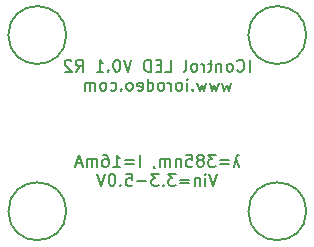
<source format=gbo>
%TF.GenerationSoftware,KiCad,Pcbnew,7.0.8-7.0.8~ubuntu22.04.1*%
%TF.CreationDate,2024-01-30T19:57:23-08:00*%
%TF.ProjectId,385nm_16mA,3338356e-6d5f-4313-966d-412e6b696361,rev?*%
%TF.SameCoordinates,Original*%
%TF.FileFunction,Legend,Bot*%
%TF.FilePolarity,Positive*%
%FSLAX46Y46*%
G04 Gerber Fmt 4.6, Leading zero omitted, Abs format (unit mm)*
G04 Created by KiCad (PCBNEW 7.0.8-7.0.8~ubuntu22.04.1) date 2024-01-30 19:57:23*
%MOMM*%
%LPD*%
G01*
G04 APERTURE LIST*
%ADD10C,0.150000*%
G04 APERTURE END LIST*
D10*
X70509524Y-55634819D02*
X70509524Y-54634819D01*
X69461906Y-55539580D02*
X69509525Y-55587200D01*
X69509525Y-55587200D02*
X69652382Y-55634819D01*
X69652382Y-55634819D02*
X69747620Y-55634819D01*
X69747620Y-55634819D02*
X69890477Y-55587200D01*
X69890477Y-55587200D02*
X69985715Y-55491961D01*
X69985715Y-55491961D02*
X70033334Y-55396723D01*
X70033334Y-55396723D02*
X70080953Y-55206247D01*
X70080953Y-55206247D02*
X70080953Y-55063390D01*
X70080953Y-55063390D02*
X70033334Y-54872914D01*
X70033334Y-54872914D02*
X69985715Y-54777676D01*
X69985715Y-54777676D02*
X69890477Y-54682438D01*
X69890477Y-54682438D02*
X69747620Y-54634819D01*
X69747620Y-54634819D02*
X69652382Y-54634819D01*
X69652382Y-54634819D02*
X69509525Y-54682438D01*
X69509525Y-54682438D02*
X69461906Y-54730057D01*
X68890477Y-55634819D02*
X68985715Y-55587200D01*
X68985715Y-55587200D02*
X69033334Y-55539580D01*
X69033334Y-55539580D02*
X69080953Y-55444342D01*
X69080953Y-55444342D02*
X69080953Y-55158628D01*
X69080953Y-55158628D02*
X69033334Y-55063390D01*
X69033334Y-55063390D02*
X68985715Y-55015771D01*
X68985715Y-55015771D02*
X68890477Y-54968152D01*
X68890477Y-54968152D02*
X68747620Y-54968152D01*
X68747620Y-54968152D02*
X68652382Y-55015771D01*
X68652382Y-55015771D02*
X68604763Y-55063390D01*
X68604763Y-55063390D02*
X68557144Y-55158628D01*
X68557144Y-55158628D02*
X68557144Y-55444342D01*
X68557144Y-55444342D02*
X68604763Y-55539580D01*
X68604763Y-55539580D02*
X68652382Y-55587200D01*
X68652382Y-55587200D02*
X68747620Y-55634819D01*
X68747620Y-55634819D02*
X68890477Y-55634819D01*
X68128572Y-54968152D02*
X68128572Y-55634819D01*
X68128572Y-55063390D02*
X68080953Y-55015771D01*
X68080953Y-55015771D02*
X67985715Y-54968152D01*
X67985715Y-54968152D02*
X67842858Y-54968152D01*
X67842858Y-54968152D02*
X67747620Y-55015771D01*
X67747620Y-55015771D02*
X67700001Y-55111009D01*
X67700001Y-55111009D02*
X67700001Y-55634819D01*
X67366667Y-54968152D02*
X66985715Y-54968152D01*
X67223810Y-54634819D02*
X67223810Y-55491961D01*
X67223810Y-55491961D02*
X67176191Y-55587200D01*
X67176191Y-55587200D02*
X67080953Y-55634819D01*
X67080953Y-55634819D02*
X66985715Y-55634819D01*
X66652381Y-55634819D02*
X66652381Y-54968152D01*
X66652381Y-55158628D02*
X66604762Y-55063390D01*
X66604762Y-55063390D02*
X66557143Y-55015771D01*
X66557143Y-55015771D02*
X66461905Y-54968152D01*
X66461905Y-54968152D02*
X66366667Y-54968152D01*
X65890476Y-55634819D02*
X65985714Y-55587200D01*
X65985714Y-55587200D02*
X66033333Y-55539580D01*
X66033333Y-55539580D02*
X66080952Y-55444342D01*
X66080952Y-55444342D02*
X66080952Y-55158628D01*
X66080952Y-55158628D02*
X66033333Y-55063390D01*
X66033333Y-55063390D02*
X65985714Y-55015771D01*
X65985714Y-55015771D02*
X65890476Y-54968152D01*
X65890476Y-54968152D02*
X65747619Y-54968152D01*
X65747619Y-54968152D02*
X65652381Y-55015771D01*
X65652381Y-55015771D02*
X65604762Y-55063390D01*
X65604762Y-55063390D02*
X65557143Y-55158628D01*
X65557143Y-55158628D02*
X65557143Y-55444342D01*
X65557143Y-55444342D02*
X65604762Y-55539580D01*
X65604762Y-55539580D02*
X65652381Y-55587200D01*
X65652381Y-55587200D02*
X65747619Y-55634819D01*
X65747619Y-55634819D02*
X65890476Y-55634819D01*
X64985714Y-55634819D02*
X65080952Y-55587200D01*
X65080952Y-55587200D02*
X65128571Y-55491961D01*
X65128571Y-55491961D02*
X65128571Y-54634819D01*
X63366666Y-55634819D02*
X63842856Y-55634819D01*
X63842856Y-55634819D02*
X63842856Y-54634819D01*
X63033332Y-55111009D02*
X62699999Y-55111009D01*
X62557142Y-55634819D02*
X63033332Y-55634819D01*
X63033332Y-55634819D02*
X63033332Y-54634819D01*
X63033332Y-54634819D02*
X62557142Y-54634819D01*
X62128570Y-55634819D02*
X62128570Y-54634819D01*
X62128570Y-54634819D02*
X61890475Y-54634819D01*
X61890475Y-54634819D02*
X61747618Y-54682438D01*
X61747618Y-54682438D02*
X61652380Y-54777676D01*
X61652380Y-54777676D02*
X61604761Y-54872914D01*
X61604761Y-54872914D02*
X61557142Y-55063390D01*
X61557142Y-55063390D02*
X61557142Y-55206247D01*
X61557142Y-55206247D02*
X61604761Y-55396723D01*
X61604761Y-55396723D02*
X61652380Y-55491961D01*
X61652380Y-55491961D02*
X61747618Y-55587200D01*
X61747618Y-55587200D02*
X61890475Y-55634819D01*
X61890475Y-55634819D02*
X62128570Y-55634819D01*
X60509522Y-54634819D02*
X60176189Y-55634819D01*
X60176189Y-55634819D02*
X59842856Y-54634819D01*
X59319046Y-54634819D02*
X59223808Y-54634819D01*
X59223808Y-54634819D02*
X59128570Y-54682438D01*
X59128570Y-54682438D02*
X59080951Y-54730057D01*
X59080951Y-54730057D02*
X59033332Y-54825295D01*
X59033332Y-54825295D02*
X58985713Y-55015771D01*
X58985713Y-55015771D02*
X58985713Y-55253866D01*
X58985713Y-55253866D02*
X59033332Y-55444342D01*
X59033332Y-55444342D02*
X59080951Y-55539580D01*
X59080951Y-55539580D02*
X59128570Y-55587200D01*
X59128570Y-55587200D02*
X59223808Y-55634819D01*
X59223808Y-55634819D02*
X59319046Y-55634819D01*
X59319046Y-55634819D02*
X59414284Y-55587200D01*
X59414284Y-55587200D02*
X59461903Y-55539580D01*
X59461903Y-55539580D02*
X59509522Y-55444342D01*
X59509522Y-55444342D02*
X59557141Y-55253866D01*
X59557141Y-55253866D02*
X59557141Y-55015771D01*
X59557141Y-55015771D02*
X59509522Y-54825295D01*
X59509522Y-54825295D02*
X59461903Y-54730057D01*
X59461903Y-54730057D02*
X59414284Y-54682438D01*
X59414284Y-54682438D02*
X59319046Y-54634819D01*
X58557141Y-55539580D02*
X58509522Y-55587200D01*
X58509522Y-55587200D02*
X58557141Y-55634819D01*
X58557141Y-55634819D02*
X58604760Y-55587200D01*
X58604760Y-55587200D02*
X58557141Y-55539580D01*
X58557141Y-55539580D02*
X58557141Y-55634819D01*
X57557142Y-55634819D02*
X58128570Y-55634819D01*
X57842856Y-55634819D02*
X57842856Y-54634819D01*
X57842856Y-54634819D02*
X57938094Y-54777676D01*
X57938094Y-54777676D02*
X58033332Y-54872914D01*
X58033332Y-54872914D02*
X58128570Y-54920533D01*
X55795237Y-55634819D02*
X56128570Y-55158628D01*
X56366665Y-55634819D02*
X56366665Y-54634819D01*
X56366665Y-54634819D02*
X55985713Y-54634819D01*
X55985713Y-54634819D02*
X55890475Y-54682438D01*
X55890475Y-54682438D02*
X55842856Y-54730057D01*
X55842856Y-54730057D02*
X55795237Y-54825295D01*
X55795237Y-54825295D02*
X55795237Y-54968152D01*
X55795237Y-54968152D02*
X55842856Y-55063390D01*
X55842856Y-55063390D02*
X55890475Y-55111009D01*
X55890475Y-55111009D02*
X55985713Y-55158628D01*
X55985713Y-55158628D02*
X56366665Y-55158628D01*
X55414284Y-54730057D02*
X55366665Y-54682438D01*
X55366665Y-54682438D02*
X55271427Y-54634819D01*
X55271427Y-54634819D02*
X55033332Y-54634819D01*
X55033332Y-54634819D02*
X54938094Y-54682438D01*
X54938094Y-54682438D02*
X54890475Y-54730057D01*
X54890475Y-54730057D02*
X54842856Y-54825295D01*
X54842856Y-54825295D02*
X54842856Y-54920533D01*
X54842856Y-54920533D02*
X54890475Y-55063390D01*
X54890475Y-55063390D02*
X55461903Y-55634819D01*
X55461903Y-55634819D02*
X54842856Y-55634819D01*
X68938094Y-56578152D02*
X68747618Y-57244819D01*
X68747618Y-57244819D02*
X68557142Y-56768628D01*
X68557142Y-56768628D02*
X68366666Y-57244819D01*
X68366666Y-57244819D02*
X68176190Y-56578152D01*
X67890475Y-56578152D02*
X67699999Y-57244819D01*
X67699999Y-57244819D02*
X67509523Y-56768628D01*
X67509523Y-56768628D02*
X67319047Y-57244819D01*
X67319047Y-57244819D02*
X67128571Y-56578152D01*
X66842856Y-56578152D02*
X66652380Y-57244819D01*
X66652380Y-57244819D02*
X66461904Y-56768628D01*
X66461904Y-56768628D02*
X66271428Y-57244819D01*
X66271428Y-57244819D02*
X66080952Y-56578152D01*
X65699999Y-57149580D02*
X65652380Y-57197200D01*
X65652380Y-57197200D02*
X65699999Y-57244819D01*
X65699999Y-57244819D02*
X65747618Y-57197200D01*
X65747618Y-57197200D02*
X65699999Y-57149580D01*
X65699999Y-57149580D02*
X65699999Y-57244819D01*
X65223809Y-57244819D02*
X65223809Y-56578152D01*
X65223809Y-56244819D02*
X65271428Y-56292438D01*
X65271428Y-56292438D02*
X65223809Y-56340057D01*
X65223809Y-56340057D02*
X65176190Y-56292438D01*
X65176190Y-56292438D02*
X65223809Y-56244819D01*
X65223809Y-56244819D02*
X65223809Y-56340057D01*
X64604762Y-57244819D02*
X64700000Y-57197200D01*
X64700000Y-57197200D02*
X64747619Y-57149580D01*
X64747619Y-57149580D02*
X64795238Y-57054342D01*
X64795238Y-57054342D02*
X64795238Y-56768628D01*
X64795238Y-56768628D02*
X64747619Y-56673390D01*
X64747619Y-56673390D02*
X64700000Y-56625771D01*
X64700000Y-56625771D02*
X64604762Y-56578152D01*
X64604762Y-56578152D02*
X64461905Y-56578152D01*
X64461905Y-56578152D02*
X64366667Y-56625771D01*
X64366667Y-56625771D02*
X64319048Y-56673390D01*
X64319048Y-56673390D02*
X64271429Y-56768628D01*
X64271429Y-56768628D02*
X64271429Y-57054342D01*
X64271429Y-57054342D02*
X64319048Y-57149580D01*
X64319048Y-57149580D02*
X64366667Y-57197200D01*
X64366667Y-57197200D02*
X64461905Y-57244819D01*
X64461905Y-57244819D02*
X64604762Y-57244819D01*
X63842857Y-57244819D02*
X63842857Y-56578152D01*
X63842857Y-56768628D02*
X63795238Y-56673390D01*
X63795238Y-56673390D02*
X63747619Y-56625771D01*
X63747619Y-56625771D02*
X63652381Y-56578152D01*
X63652381Y-56578152D02*
X63557143Y-56578152D01*
X63080952Y-57244819D02*
X63176190Y-57197200D01*
X63176190Y-57197200D02*
X63223809Y-57149580D01*
X63223809Y-57149580D02*
X63271428Y-57054342D01*
X63271428Y-57054342D02*
X63271428Y-56768628D01*
X63271428Y-56768628D02*
X63223809Y-56673390D01*
X63223809Y-56673390D02*
X63176190Y-56625771D01*
X63176190Y-56625771D02*
X63080952Y-56578152D01*
X63080952Y-56578152D02*
X62938095Y-56578152D01*
X62938095Y-56578152D02*
X62842857Y-56625771D01*
X62842857Y-56625771D02*
X62795238Y-56673390D01*
X62795238Y-56673390D02*
X62747619Y-56768628D01*
X62747619Y-56768628D02*
X62747619Y-57054342D01*
X62747619Y-57054342D02*
X62795238Y-57149580D01*
X62795238Y-57149580D02*
X62842857Y-57197200D01*
X62842857Y-57197200D02*
X62938095Y-57244819D01*
X62938095Y-57244819D02*
X63080952Y-57244819D01*
X61890476Y-57244819D02*
X61890476Y-56244819D01*
X61890476Y-57197200D02*
X61985714Y-57244819D01*
X61985714Y-57244819D02*
X62176190Y-57244819D01*
X62176190Y-57244819D02*
X62271428Y-57197200D01*
X62271428Y-57197200D02*
X62319047Y-57149580D01*
X62319047Y-57149580D02*
X62366666Y-57054342D01*
X62366666Y-57054342D02*
X62366666Y-56768628D01*
X62366666Y-56768628D02*
X62319047Y-56673390D01*
X62319047Y-56673390D02*
X62271428Y-56625771D01*
X62271428Y-56625771D02*
X62176190Y-56578152D01*
X62176190Y-56578152D02*
X61985714Y-56578152D01*
X61985714Y-56578152D02*
X61890476Y-56625771D01*
X61033333Y-57197200D02*
X61128571Y-57244819D01*
X61128571Y-57244819D02*
X61319047Y-57244819D01*
X61319047Y-57244819D02*
X61414285Y-57197200D01*
X61414285Y-57197200D02*
X61461904Y-57101961D01*
X61461904Y-57101961D02*
X61461904Y-56721009D01*
X61461904Y-56721009D02*
X61414285Y-56625771D01*
X61414285Y-56625771D02*
X61319047Y-56578152D01*
X61319047Y-56578152D02*
X61128571Y-56578152D01*
X61128571Y-56578152D02*
X61033333Y-56625771D01*
X61033333Y-56625771D02*
X60985714Y-56721009D01*
X60985714Y-56721009D02*
X60985714Y-56816247D01*
X60985714Y-56816247D02*
X61461904Y-56911485D01*
X60414285Y-57244819D02*
X60509523Y-57197200D01*
X60509523Y-57197200D02*
X60557142Y-57149580D01*
X60557142Y-57149580D02*
X60604761Y-57054342D01*
X60604761Y-57054342D02*
X60604761Y-56768628D01*
X60604761Y-56768628D02*
X60557142Y-56673390D01*
X60557142Y-56673390D02*
X60509523Y-56625771D01*
X60509523Y-56625771D02*
X60414285Y-56578152D01*
X60414285Y-56578152D02*
X60271428Y-56578152D01*
X60271428Y-56578152D02*
X60176190Y-56625771D01*
X60176190Y-56625771D02*
X60128571Y-56673390D01*
X60128571Y-56673390D02*
X60080952Y-56768628D01*
X60080952Y-56768628D02*
X60080952Y-57054342D01*
X60080952Y-57054342D02*
X60128571Y-57149580D01*
X60128571Y-57149580D02*
X60176190Y-57197200D01*
X60176190Y-57197200D02*
X60271428Y-57244819D01*
X60271428Y-57244819D02*
X60414285Y-57244819D01*
X59652380Y-57149580D02*
X59604761Y-57197200D01*
X59604761Y-57197200D02*
X59652380Y-57244819D01*
X59652380Y-57244819D02*
X59699999Y-57197200D01*
X59699999Y-57197200D02*
X59652380Y-57149580D01*
X59652380Y-57149580D02*
X59652380Y-57244819D01*
X58747619Y-57197200D02*
X58842857Y-57244819D01*
X58842857Y-57244819D02*
X59033333Y-57244819D01*
X59033333Y-57244819D02*
X59128571Y-57197200D01*
X59128571Y-57197200D02*
X59176190Y-57149580D01*
X59176190Y-57149580D02*
X59223809Y-57054342D01*
X59223809Y-57054342D02*
X59223809Y-56768628D01*
X59223809Y-56768628D02*
X59176190Y-56673390D01*
X59176190Y-56673390D02*
X59128571Y-56625771D01*
X59128571Y-56625771D02*
X59033333Y-56578152D01*
X59033333Y-56578152D02*
X58842857Y-56578152D01*
X58842857Y-56578152D02*
X58747619Y-56625771D01*
X58176190Y-57244819D02*
X58271428Y-57197200D01*
X58271428Y-57197200D02*
X58319047Y-57149580D01*
X58319047Y-57149580D02*
X58366666Y-57054342D01*
X58366666Y-57054342D02*
X58366666Y-56768628D01*
X58366666Y-56768628D02*
X58319047Y-56673390D01*
X58319047Y-56673390D02*
X58271428Y-56625771D01*
X58271428Y-56625771D02*
X58176190Y-56578152D01*
X58176190Y-56578152D02*
X58033333Y-56578152D01*
X58033333Y-56578152D02*
X57938095Y-56625771D01*
X57938095Y-56625771D02*
X57890476Y-56673390D01*
X57890476Y-56673390D02*
X57842857Y-56768628D01*
X57842857Y-56768628D02*
X57842857Y-57054342D01*
X57842857Y-57054342D02*
X57890476Y-57149580D01*
X57890476Y-57149580D02*
X57938095Y-57197200D01*
X57938095Y-57197200D02*
X58033333Y-57244819D01*
X58033333Y-57244819D02*
X58176190Y-57244819D01*
X57414285Y-57244819D02*
X57414285Y-56578152D01*
X57414285Y-56673390D02*
X57366666Y-56625771D01*
X57366666Y-56625771D02*
X57271428Y-56578152D01*
X57271428Y-56578152D02*
X57128571Y-56578152D01*
X57128571Y-56578152D02*
X57033333Y-56625771D01*
X57033333Y-56625771D02*
X56985714Y-56721009D01*
X56985714Y-56721009D02*
X56985714Y-57244819D01*
X56985714Y-56721009D02*
X56938095Y-56625771D01*
X56938095Y-56625771D02*
X56842857Y-56578152D01*
X56842857Y-56578152D02*
X56700000Y-56578152D01*
X56700000Y-56578152D02*
X56604761Y-56625771D01*
X56604761Y-56625771D02*
X56557142Y-56721009D01*
X56557142Y-56721009D02*
X56557142Y-57244819D01*
X69390475Y-63018152D02*
X69628570Y-63684819D01*
X69628570Y-62684819D02*
X69533332Y-62684819D01*
X69533332Y-62684819D02*
X69485713Y-62732438D01*
X69485713Y-62732438D02*
X69390475Y-63018152D01*
X69390475Y-63018152D02*
X69152380Y-63684819D01*
X68771427Y-63161009D02*
X68009523Y-63161009D01*
X68009523Y-63446723D02*
X68771427Y-63446723D01*
X67628570Y-62684819D02*
X67009523Y-62684819D01*
X67009523Y-62684819D02*
X67342856Y-63065771D01*
X67342856Y-63065771D02*
X67199999Y-63065771D01*
X67199999Y-63065771D02*
X67104761Y-63113390D01*
X67104761Y-63113390D02*
X67057142Y-63161009D01*
X67057142Y-63161009D02*
X67009523Y-63256247D01*
X67009523Y-63256247D02*
X67009523Y-63494342D01*
X67009523Y-63494342D02*
X67057142Y-63589580D01*
X67057142Y-63589580D02*
X67104761Y-63637200D01*
X67104761Y-63637200D02*
X67199999Y-63684819D01*
X67199999Y-63684819D02*
X67485713Y-63684819D01*
X67485713Y-63684819D02*
X67580951Y-63637200D01*
X67580951Y-63637200D02*
X67628570Y-63589580D01*
X66438094Y-63113390D02*
X66533332Y-63065771D01*
X66533332Y-63065771D02*
X66580951Y-63018152D01*
X66580951Y-63018152D02*
X66628570Y-62922914D01*
X66628570Y-62922914D02*
X66628570Y-62875295D01*
X66628570Y-62875295D02*
X66580951Y-62780057D01*
X66580951Y-62780057D02*
X66533332Y-62732438D01*
X66533332Y-62732438D02*
X66438094Y-62684819D01*
X66438094Y-62684819D02*
X66247618Y-62684819D01*
X66247618Y-62684819D02*
X66152380Y-62732438D01*
X66152380Y-62732438D02*
X66104761Y-62780057D01*
X66104761Y-62780057D02*
X66057142Y-62875295D01*
X66057142Y-62875295D02*
X66057142Y-62922914D01*
X66057142Y-62922914D02*
X66104761Y-63018152D01*
X66104761Y-63018152D02*
X66152380Y-63065771D01*
X66152380Y-63065771D02*
X66247618Y-63113390D01*
X66247618Y-63113390D02*
X66438094Y-63113390D01*
X66438094Y-63113390D02*
X66533332Y-63161009D01*
X66533332Y-63161009D02*
X66580951Y-63208628D01*
X66580951Y-63208628D02*
X66628570Y-63303866D01*
X66628570Y-63303866D02*
X66628570Y-63494342D01*
X66628570Y-63494342D02*
X66580951Y-63589580D01*
X66580951Y-63589580D02*
X66533332Y-63637200D01*
X66533332Y-63637200D02*
X66438094Y-63684819D01*
X66438094Y-63684819D02*
X66247618Y-63684819D01*
X66247618Y-63684819D02*
X66152380Y-63637200D01*
X66152380Y-63637200D02*
X66104761Y-63589580D01*
X66104761Y-63589580D02*
X66057142Y-63494342D01*
X66057142Y-63494342D02*
X66057142Y-63303866D01*
X66057142Y-63303866D02*
X66104761Y-63208628D01*
X66104761Y-63208628D02*
X66152380Y-63161009D01*
X66152380Y-63161009D02*
X66247618Y-63113390D01*
X65152380Y-62684819D02*
X65628570Y-62684819D01*
X65628570Y-62684819D02*
X65676189Y-63161009D01*
X65676189Y-63161009D02*
X65628570Y-63113390D01*
X65628570Y-63113390D02*
X65533332Y-63065771D01*
X65533332Y-63065771D02*
X65295237Y-63065771D01*
X65295237Y-63065771D02*
X65199999Y-63113390D01*
X65199999Y-63113390D02*
X65152380Y-63161009D01*
X65152380Y-63161009D02*
X65104761Y-63256247D01*
X65104761Y-63256247D02*
X65104761Y-63494342D01*
X65104761Y-63494342D02*
X65152380Y-63589580D01*
X65152380Y-63589580D02*
X65199999Y-63637200D01*
X65199999Y-63637200D02*
X65295237Y-63684819D01*
X65295237Y-63684819D02*
X65533332Y-63684819D01*
X65533332Y-63684819D02*
X65628570Y-63637200D01*
X65628570Y-63637200D02*
X65676189Y-63589580D01*
X64676189Y-63018152D02*
X64676189Y-63684819D01*
X64676189Y-63113390D02*
X64628570Y-63065771D01*
X64628570Y-63065771D02*
X64533332Y-63018152D01*
X64533332Y-63018152D02*
X64390475Y-63018152D01*
X64390475Y-63018152D02*
X64295237Y-63065771D01*
X64295237Y-63065771D02*
X64247618Y-63161009D01*
X64247618Y-63161009D02*
X64247618Y-63684819D01*
X63771427Y-63684819D02*
X63771427Y-63018152D01*
X63771427Y-63113390D02*
X63723808Y-63065771D01*
X63723808Y-63065771D02*
X63628570Y-63018152D01*
X63628570Y-63018152D02*
X63485713Y-63018152D01*
X63485713Y-63018152D02*
X63390475Y-63065771D01*
X63390475Y-63065771D02*
X63342856Y-63161009D01*
X63342856Y-63161009D02*
X63342856Y-63684819D01*
X63342856Y-63161009D02*
X63295237Y-63065771D01*
X63295237Y-63065771D02*
X63199999Y-63018152D01*
X63199999Y-63018152D02*
X63057142Y-63018152D01*
X63057142Y-63018152D02*
X62961903Y-63065771D01*
X62961903Y-63065771D02*
X62914284Y-63161009D01*
X62914284Y-63161009D02*
X62914284Y-63684819D01*
X62390475Y-63637200D02*
X62390475Y-63684819D01*
X62390475Y-63684819D02*
X62438094Y-63780057D01*
X62438094Y-63780057D02*
X62485713Y-63827676D01*
X61199999Y-63684819D02*
X61199999Y-62684819D01*
X60723809Y-63161009D02*
X59961905Y-63161009D01*
X59961905Y-63446723D02*
X60723809Y-63446723D01*
X58961905Y-63684819D02*
X59533333Y-63684819D01*
X59247619Y-63684819D02*
X59247619Y-62684819D01*
X59247619Y-62684819D02*
X59342857Y-62827676D01*
X59342857Y-62827676D02*
X59438095Y-62922914D01*
X59438095Y-62922914D02*
X59533333Y-62970533D01*
X58104762Y-62684819D02*
X58295238Y-62684819D01*
X58295238Y-62684819D02*
X58390476Y-62732438D01*
X58390476Y-62732438D02*
X58438095Y-62780057D01*
X58438095Y-62780057D02*
X58533333Y-62922914D01*
X58533333Y-62922914D02*
X58580952Y-63113390D01*
X58580952Y-63113390D02*
X58580952Y-63494342D01*
X58580952Y-63494342D02*
X58533333Y-63589580D01*
X58533333Y-63589580D02*
X58485714Y-63637200D01*
X58485714Y-63637200D02*
X58390476Y-63684819D01*
X58390476Y-63684819D02*
X58200000Y-63684819D01*
X58200000Y-63684819D02*
X58104762Y-63637200D01*
X58104762Y-63637200D02*
X58057143Y-63589580D01*
X58057143Y-63589580D02*
X58009524Y-63494342D01*
X58009524Y-63494342D02*
X58009524Y-63256247D01*
X58009524Y-63256247D02*
X58057143Y-63161009D01*
X58057143Y-63161009D02*
X58104762Y-63113390D01*
X58104762Y-63113390D02*
X58200000Y-63065771D01*
X58200000Y-63065771D02*
X58390476Y-63065771D01*
X58390476Y-63065771D02*
X58485714Y-63113390D01*
X58485714Y-63113390D02*
X58533333Y-63161009D01*
X58533333Y-63161009D02*
X58580952Y-63256247D01*
X57580952Y-63684819D02*
X57580952Y-63018152D01*
X57580952Y-63113390D02*
X57533333Y-63065771D01*
X57533333Y-63065771D02*
X57438095Y-63018152D01*
X57438095Y-63018152D02*
X57295238Y-63018152D01*
X57295238Y-63018152D02*
X57200000Y-63065771D01*
X57200000Y-63065771D02*
X57152381Y-63161009D01*
X57152381Y-63161009D02*
X57152381Y-63684819D01*
X57152381Y-63161009D02*
X57104762Y-63065771D01*
X57104762Y-63065771D02*
X57009524Y-63018152D01*
X57009524Y-63018152D02*
X56866667Y-63018152D01*
X56866667Y-63018152D02*
X56771428Y-63065771D01*
X56771428Y-63065771D02*
X56723809Y-63161009D01*
X56723809Y-63161009D02*
X56723809Y-63684819D01*
X56295238Y-63399104D02*
X55819048Y-63399104D01*
X56390476Y-63684819D02*
X56057143Y-62684819D01*
X56057143Y-62684819D02*
X55723810Y-63684819D01*
X67771427Y-64294819D02*
X67438094Y-65294819D01*
X67438094Y-65294819D02*
X67104761Y-64294819D01*
X66771427Y-65294819D02*
X66771427Y-64628152D01*
X66771427Y-64294819D02*
X66819046Y-64342438D01*
X66819046Y-64342438D02*
X66771427Y-64390057D01*
X66771427Y-64390057D02*
X66723808Y-64342438D01*
X66723808Y-64342438D02*
X66771427Y-64294819D01*
X66771427Y-64294819D02*
X66771427Y-64390057D01*
X66295237Y-64628152D02*
X66295237Y-65294819D01*
X66295237Y-64723390D02*
X66247618Y-64675771D01*
X66247618Y-64675771D02*
X66152380Y-64628152D01*
X66152380Y-64628152D02*
X66009523Y-64628152D01*
X66009523Y-64628152D02*
X65914285Y-64675771D01*
X65914285Y-64675771D02*
X65866666Y-64771009D01*
X65866666Y-64771009D02*
X65866666Y-65294819D01*
X65390475Y-64771009D02*
X64628571Y-64771009D01*
X64628571Y-65056723D02*
X65390475Y-65056723D01*
X64247618Y-64294819D02*
X63628571Y-64294819D01*
X63628571Y-64294819D02*
X63961904Y-64675771D01*
X63961904Y-64675771D02*
X63819047Y-64675771D01*
X63819047Y-64675771D02*
X63723809Y-64723390D01*
X63723809Y-64723390D02*
X63676190Y-64771009D01*
X63676190Y-64771009D02*
X63628571Y-64866247D01*
X63628571Y-64866247D02*
X63628571Y-65104342D01*
X63628571Y-65104342D02*
X63676190Y-65199580D01*
X63676190Y-65199580D02*
X63723809Y-65247200D01*
X63723809Y-65247200D02*
X63819047Y-65294819D01*
X63819047Y-65294819D02*
X64104761Y-65294819D01*
X64104761Y-65294819D02*
X64199999Y-65247200D01*
X64199999Y-65247200D02*
X64247618Y-65199580D01*
X63199999Y-65199580D02*
X63152380Y-65247200D01*
X63152380Y-65247200D02*
X63199999Y-65294819D01*
X63199999Y-65294819D02*
X63247618Y-65247200D01*
X63247618Y-65247200D02*
X63199999Y-65199580D01*
X63199999Y-65199580D02*
X63199999Y-65294819D01*
X62819047Y-64294819D02*
X62200000Y-64294819D01*
X62200000Y-64294819D02*
X62533333Y-64675771D01*
X62533333Y-64675771D02*
X62390476Y-64675771D01*
X62390476Y-64675771D02*
X62295238Y-64723390D01*
X62295238Y-64723390D02*
X62247619Y-64771009D01*
X62247619Y-64771009D02*
X62200000Y-64866247D01*
X62200000Y-64866247D02*
X62200000Y-65104342D01*
X62200000Y-65104342D02*
X62247619Y-65199580D01*
X62247619Y-65199580D02*
X62295238Y-65247200D01*
X62295238Y-65247200D02*
X62390476Y-65294819D01*
X62390476Y-65294819D02*
X62676190Y-65294819D01*
X62676190Y-65294819D02*
X62771428Y-65247200D01*
X62771428Y-65247200D02*
X62819047Y-65199580D01*
X61771428Y-64913866D02*
X61009524Y-64913866D01*
X60057143Y-64294819D02*
X60533333Y-64294819D01*
X60533333Y-64294819D02*
X60580952Y-64771009D01*
X60580952Y-64771009D02*
X60533333Y-64723390D01*
X60533333Y-64723390D02*
X60438095Y-64675771D01*
X60438095Y-64675771D02*
X60200000Y-64675771D01*
X60200000Y-64675771D02*
X60104762Y-64723390D01*
X60104762Y-64723390D02*
X60057143Y-64771009D01*
X60057143Y-64771009D02*
X60009524Y-64866247D01*
X60009524Y-64866247D02*
X60009524Y-65104342D01*
X60009524Y-65104342D02*
X60057143Y-65199580D01*
X60057143Y-65199580D02*
X60104762Y-65247200D01*
X60104762Y-65247200D02*
X60200000Y-65294819D01*
X60200000Y-65294819D02*
X60438095Y-65294819D01*
X60438095Y-65294819D02*
X60533333Y-65247200D01*
X60533333Y-65247200D02*
X60580952Y-65199580D01*
X59580952Y-65199580D02*
X59533333Y-65247200D01*
X59533333Y-65247200D02*
X59580952Y-65294819D01*
X59580952Y-65294819D02*
X59628571Y-65247200D01*
X59628571Y-65247200D02*
X59580952Y-65199580D01*
X59580952Y-65199580D02*
X59580952Y-65294819D01*
X58914286Y-64294819D02*
X58819048Y-64294819D01*
X58819048Y-64294819D02*
X58723810Y-64342438D01*
X58723810Y-64342438D02*
X58676191Y-64390057D01*
X58676191Y-64390057D02*
X58628572Y-64485295D01*
X58628572Y-64485295D02*
X58580953Y-64675771D01*
X58580953Y-64675771D02*
X58580953Y-64913866D01*
X58580953Y-64913866D02*
X58628572Y-65104342D01*
X58628572Y-65104342D02*
X58676191Y-65199580D01*
X58676191Y-65199580D02*
X58723810Y-65247200D01*
X58723810Y-65247200D02*
X58819048Y-65294819D01*
X58819048Y-65294819D02*
X58914286Y-65294819D01*
X58914286Y-65294819D02*
X59009524Y-65247200D01*
X59009524Y-65247200D02*
X59057143Y-65199580D01*
X59057143Y-65199580D02*
X59104762Y-65104342D01*
X59104762Y-65104342D02*
X59152381Y-64913866D01*
X59152381Y-64913866D02*
X59152381Y-64675771D01*
X59152381Y-64675771D02*
X59104762Y-64485295D01*
X59104762Y-64485295D02*
X59057143Y-64390057D01*
X59057143Y-64390057D02*
X59009524Y-64342438D01*
X59009524Y-64342438D02*
X58914286Y-64294819D01*
X58295238Y-64294819D02*
X57961905Y-65294819D01*
X57961905Y-65294819D02*
X57628572Y-64294819D01*
%TO.C,M1*%
X54990000Y-52540000D02*
G75*
G03*
X54990000Y-52540000I-2450000J0D01*
G01*
%TO.C,M2*%
X75310000Y-52540000D02*
G75*
G03*
X75310000Y-52540000I-2450000J0D01*
G01*
%TO.C,M3*%
X75310000Y-67460000D02*
G75*
G03*
X75310000Y-67460000I-2450000J0D01*
G01*
%TO.C,M4*%
X54990000Y-67460000D02*
G75*
G03*
X54990000Y-67460000I-2450000J0D01*
G01*
%TD*%
M02*

</source>
